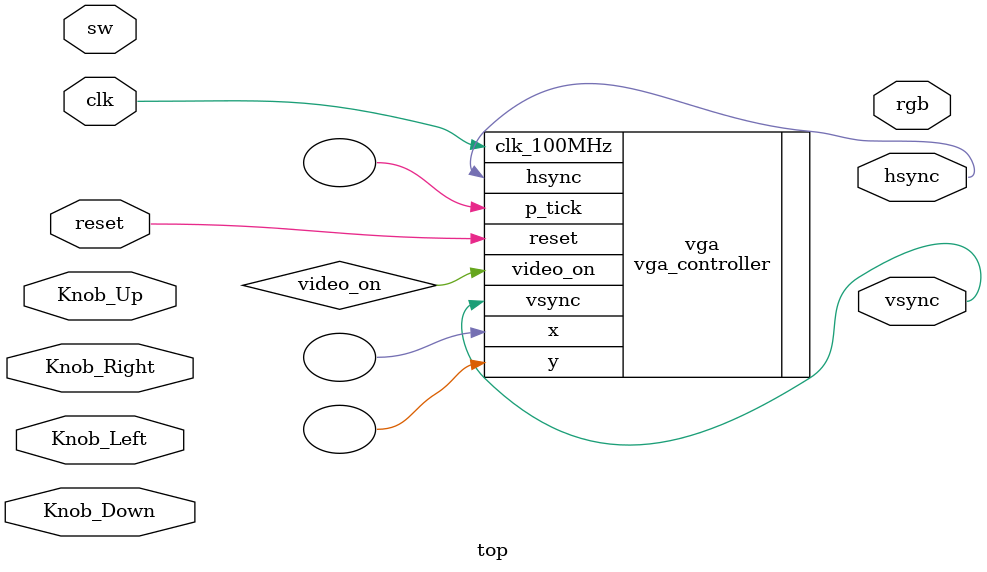
<source format=v>
`timescale 1ns / 1ps


module top(
    input clk,              //100Mhz clock that will come from the Board
    input reset,            //Reset switch assigned to *SWITCH*
    input Knob_Up,          //Rotary Encoder (Right): Up Motion 
    input Knob_Down,        //Rotary Encoder (Right): Down Motion
    input Knob_Left,        //Rotary Encoder (Left): Left Motion
    input Knob_Right,       //Rotary Encoder (Left): Right Motion
    input [3:0] sw,
    output hsync,
    output vsync,
    output [11:0] rgb
    );
    
    //signals
    wire video_on;
    
    //Initialize the VGA Controller
    vga_controller vga(
        .clk_100MHz(clk), 
        .reset(reset), 
        .video_on(video_on),
        .hsync(hsync), 
        .vsync(vsync), 
        .p_tick(   ), 
        .x(   ),
        .y(   )
        );
    
    //Initialize the Trace Generation Circuit
    
    
    
    
    
endmodule

</source>
